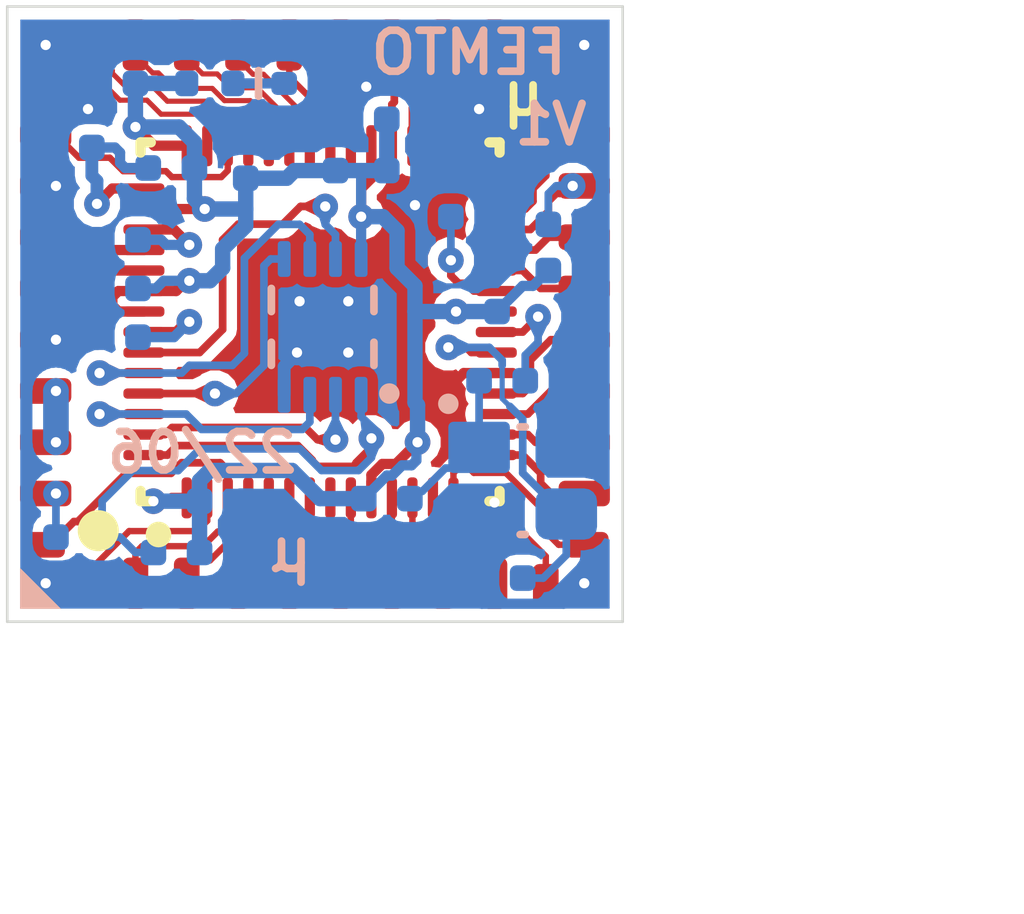
<source format=kicad_pcb>
(kicad_pcb (version 20211014) (generator pcbnew)
  (layers (0 "F.Cu" signal "L1 [TOP]") (1 "In1.Cu" signal "L2") (2 "In2.Cu" signal "L3") (31 "B.Cu" signal "L4 [BOT]") (34 "B.Paste" user "Bottom Paste") (35 "F.Paste" user "Top Paste") (36 "B.SilkS" user "Silkscreen [BOT]") (37 "F.SilkS" user "Silkscreen [TOP]") (38 "B.Mask" user "Soldermask [BOT]") (39 "F.Mask" user "Soldermask [TOP]") (44 "Edge.Cuts" user))
  (net 0 "")
  (net 1 "Net-(C5-Pad2)")
  (net 2 "/MCU_XIN")
  (net 3 "Net-(LED26-Pad1)")
  (net 4 "/GPIO1")
  (net 5 "/BOOTSEL")
  (net 6 "/USB_P")
  (net 7 "/USB_N")
  (net 8 "/GPIO28_ADC2")
  (net 9 "/GPIO29_ADC3")
  (net 10 "PP3300")
  (net 11 "PP3300_AVDD")
  (net 12 "PP1100")
  (net 13 "/GPIO27_ADC1")
  (net 14 "/GPIO26_ADC0")
  (net 15 "/GPIO25")
  (net 16 "/GPIO24")
  (net 17 "/GPIO23")
  (net 18 "/GPIO22")
  (net 19 "/GPIO21")
  (net 20 "/GPIO20")
  (net 21 "/GPIO19")
  (net 22 "/GPIO18")
  (net 23 "/GPIO17")
  (net 24 "/GPIO16")
  (net 25 "/MCU_RUN")
  (net 26 "/MCU_SWDIO")
  (net 27 "/MCU_SWCLK")
  (net 28 "/GPIO15")
  (net 29 "/GPIO14")
  (net 30 "/GPIO13")
  (net 31 "/GPIO12")
  (net 32 "/GPIO11")
  (net 33 "/GPIO10")
  (net 34 "/GPIO9")
  (net 35 "/GPIO8")
  (net 36 "/GPIO7")
  (net 37 "/GPIO6")
  (net 38 "/GPIO5")
  (net 39 "/GPIO4")
  (net 40 "/GPIO3")
  (net 41 "/GPIO2")
  (net 42 "/GPIO0")
  (net 43 "/QSPI_SS")
  (net 44 "/MCU_XOUT")
  (net 45 "/QSPI_SD3")
  (net 46 "/QSPI_SCLK")
  (net 47 "/QSPI_SD0")
  (net 48 "/QSPI_SD2")
  (net 49 "GND")
  (net 50 "/QSPI_SD1")
  (footprint "Pineberry_Lib.PcbLib:PCB_LGA40_120X120_P100_REV" (layer "F.Cu") (at 148.4761 105.028598)
    (fp_text reference "MOD1" hide)
    (fp_text value "LGA40 Module (Reversed!)" hide)
  )
  (footprint "MirFol_db_local.DbLib:ICC_QFN56_700X700X90_P40_EP_RP2040" (layer "F.Cu") (at 148.601098 105.153599)
    (fp_text reference "U1" hide)
    (fp_text value "RP2040" hide)
  )
  (footprint "MirFol_db_local.DbLib:RES_0402_R" (layer "B.Cu") (at 145.8011 109.653601)
    (fp_text reference "R4" hide)
    (fp_text value "10k" hide)
  )
  (footprint "MirFol_db_local.DbLib:CAP_0402_R" (layer "B.Cu") (at 146.7011 108.653601 180)
    (fp_text reference "C11" hide)
    (fp_text value "100nF" hide)
  )
  (footprint "MirFol_db_local.DbLib:CAP_0402_R" (layer "B.Cu") (at 148.9011 101.753598 -90)
    (fp_text reference "C3" hide)
    (fp_text value "100nF" hide)
  )
  (footprint "MirFol_db_local.DbLib:RES_0402_R" (layer "B.Cu") (at 147.9011 100.053599 -90)
    (fp_text reference "R33" hide)
    (fp_text value "2k" hide)
  )
  (footprint "MirFol_db_local.DbLib:CAP_0402_R" (layer "B.Cu") (at 150.3511 101.203599 180)
    (fp_text reference "C4" hide)
    (fp_text value "2.2uF" hide)
  )
  (footprint "MirFol_db_local.DbLib:RES_0402_R" (layer "B.Cu") (at 152.151098 106.303599 180)
    (fp_text reference "R6" hide)
    (fp_text value "1k" hide)
  )
  (footprint "MirFol_db_local.DbLib:CAP_0402_R" (layer "B.Cu") (at 152.0511 104.503601 -90)
    (fp_text reference "C8" hide)
    (fp_text value "100nF" hide)
  )
  (footprint "MirFol_db_local.DbLib:CAP_0402_R" (layer "B.Cu") (at 144.6011 105.453601)
    (fp_text reference "C13" hide)
    (fp_text value "100nF" hide)
  )
  (footprint "MirFol_db_local.DbLib:RES_0402_R" (layer "B.Cu") (at 143.9011 109.353601)
    (fp_text reference "R5" hide)
    (fp_text value "1k" hide)
  )
  (footprint "MirFol_db_local.DbLib:RES_0402_R" (layer "B.Cu") (at 153.0511 103.703599 -90)
    (fp_text reference "R3" hide)
    (fp_text value "10k" hide)
  )
  (footprint "MirFol_db_local.DbLib:CAP_0402_R" (layer "B.Cu") (at 144.6011 103.553601)
    (fp_text reference "C15" hide)
    (fp_text value "2.2uF" hide)
  )
  (footprint "MirFol_db_local.DbLib:CAP_0402_R" (layer "B.Cu") (at 151.6011 103.103601 180)
    (fp_text reference "C14" hide)
    (fp_text value "100nF" hide)
  )
  (footprint "MirFol_db_local.DbLib:CAP_0402_R" (layer "B.Cu") (at 152.101104 110.153599)
    (fp_text reference "C6" hide)
    (fp_text value "15pF" hide)
  )
  (footprint "MirFol_db_local.DbLib:CAP_0402_R" (layer "B.Cu") (at 150.3511 109.053601 90)
    (fp_text reference "C5" hide)
    (fp_text value "15pF" hide)
  )
  (footprint "MirFol_db_local.DbLib:CAP_0402_R" (layer "B.Cu") (at 149.4511 109.053601 90)
    (fp_text reference "C10" hide)
    (fp_text value "100nF" hide)
  )
  (footprint "MirFol_db_local.DbLib:CAP_0402_R" (layer "B.Cu") (at 145.0011 100.053601 -90)
    (fp_text reference "C9" hide)
    (fp_text value "100nF" hide)
  )
  (footprint "Pineberry_Lib.PcbLib:LED_0402_R" (layer "B.Cu") (at 146.4511 100.503601 180)
    (fp_text reference "LED26" hide)
    (fp_text value "Red" hide)
  )
  (footprint "MirFol_db_local.DbLib:CAP_0402_R" (layer "B.Cu") (at 147.1511 101.903598 -90)
    (fp_text reference "C16" hide)
    (fp_text value "2.2uF" hide)
  )
  (footprint "Pineberry_Lib.PcbLib:OSC_2520_4P_250X200H50_R" (layer "B.Cu") (at 152.5511 108.253601)
    (fp_text reference "X1" hide)
    (fp_text value "12.000MHz" hide)
  )
  (footprint "MirFol_db_local.DbLib:CAP_0402_R" (layer "B.Cu") (at 150.3511 102.203601 180)
    (fp_text reference "C7" hide)
    (fp_text value "100nF" hide)
  )
  (footprint "MirFol_db_local.DbLib:CAP_0402_R" (layer "B.Cu") (at 143.7011 101.753601)
    (fp_text reference "C17" hide)
    (fp_text value "2.2uF" hide)
  )
  (footprint "MirFol_db_local.DbLib:CAP_0402_R" (layer "B.Cu") (at 144.6011 104.503601)
    (fp_text reference "C12" hide)
    (fp_text value "100nF" hide)
  )
  (footprint "USON8_footprint.PcbLib:ICC_USON8_200X300X55P50_EP" (layer "B.Cu") (at 148.6511 105.253599 180)
    (fp_text reference "U2" hide)
    (fp_text value "W25Q16JV" hide)
  )
  (footprint "MirFol_db_local.DbLib:RES_0402_R" (layer "B.Cu") (at 145.7011 102.153601)
    (fp_text reference "R7" hide)
    (fp_text value "100R" hide)
  )
  (gr_poly (pts (xy 148.312617 102.828601) (xy 148.522564 102.728601) (xy 148.522564 103.078601) (xy 148.312617 102.978601)) (layer "F.Cu") (width 0) (fill solid))
  (gr_poly (pts (xy 151.4511 105.728599) (xy 151.322208 105.770268) (xy 151.322208 105.536933) (xy 151.4511 105.578601)) (layer "F.Cu") (width 0) (fill solid))
  (gr_poly (pts (xy 146.162617 106.478601) (xy 146.372563 106.378601) (xy 146.372563 106.728597) (xy 146.162617 106.628597)) (layer "F.Cu") (width 0) (fill solid))
  (gr_poly (pts (xy 148.5511 107.378598) (xy 148.679993 107.336932) (xy 148.679993 107.570267) (xy 148.5511 107.528601)) (layer "F.Cu") (width 0) (fill solid))
  (gr_poly (pts (xy 153.206969 102.57273) (xy 153.276397 102.515784) (xy 153.430913 102.73477) (xy 153.255762 102.722733)) (layer "F.Cu") (width 0) (fill solid))
  (gr_poly (pts (xy 144.689582 106.228598) (xy 144.479636 106.328598) (xy 144.479636 105.978601) (xy 144.689582 106.078601)) (layer "F.Cu") (width 0) (fill solid))
  (gr_poly (pts (xy 144.689584 107.028597) (xy 144.479636 107.128599) (xy 144.479633 106.778601) (xy 144.689582 106.878599)) (layer "F.Cu") (width 0) (fill solid))
  (gr_poly (pts (xy 151.489583 105.728599) (xy 151.279637 105.828599) (xy 151.279637 105.478601) (xy 151.489583 105.578601)) (layer "B.Cu") (width 0) (fill solid))
  (gr_poly (pts (xy 144.689584 107.028597) (xy 144.479636 107.128599) (xy 144.479633 106.778601) (xy 144.689582 106.878599)) (layer "B.Cu") (width 0) (fill solid))
  (gr_poly (pts (xy 149.522793 107.019229) (xy 149.735851 107.216468) (xy 149.408947 107.267118) (xy 149.386974 107.095541)) (layer "B.Cu") (width 0) (fill solid))
  (gr_poly (pts (xy 152.7761 105.442082) (xy 152.6761 105.232136) (xy 153.026098 105.232136) (xy 152.926098 105.442082)) (layer "B.Cu") (width 0) (fill solid))
  (gr_poly (pts (xy 146.939582 106.628597) (xy 146.729636 106.728597) (xy 146.729636 106.378601) (xy 146.939582 106.478601)) (layer "B.Cu") (width 0) (fill solid))
  (gr_poly (pts (xy 149.5261 107.803599) (xy 149.453456 107.628791) (xy 149.748746 107.628791) (xy 149.676102 107.803599)) (layer "B.Cu") (width 0) (fill solid))
  (gr_poly (pts (xy 144.689582 106.228598) (xy 144.479636 106.328598) (xy 144.479636 105.978601) (xy 144.689582 106.078601)) (layer "B.Cu") (width 0) (fill solid))
  (gr_poly (pts (xy 153.2011 102.428601) (xy 153.291914 102.416099) (xy 153.291914 102.5911) (xy 153.2011 102.578598)) (layer "B.Cu") (width 0) (fill solid))
  (gr_poly (pts (xy 148.626102 103.253601) (xy 148.584433 103.124708) (xy 148.817768 103.124708) (xy 148.7761 103.253601)) (layer "B.Cu") (width 0) (fill solid))
  (gr_poly (pts (xy 148.976098 107.065117) (xy 149.076098 107.275063) (xy 148.7261 107.275063) (xy 148.8261 107.065117)) (layer "B.Cu") (width 0) (fill solid))
  (gr_poly (pts (xy 142.7511 110.753601) (xy 143.5511 110.753601) (xy 142.7511 109.953601)) (layer "B.SilkS") (width 0) (fill solid))
  (gr_line (start 142.5011 99.003599) (end 142.5011 111.003601) (layer "Edge.Cuts") (width 0.05))
  (gr_line (start 142.5011 111.003601) (end 154.5011 111.003601) (layer "Edge.Cuts") (width 0.05))
  (gr_line (start 154.5011 111.003601) (end 154.5011 99.003599) (layer "Edge.Cuts") (width 0.05))
  (gr_line (start 154.5011 99.003599) (end 142.5011 99.003599) (layer "Edge.Cuts") (width 0.05))
  (gr_text "V1" (at 153.1011 101.303601) (layer "B.SilkS") (effects (font (size 0.75 0.75) (thickness 0.15) bold) (justify mirror)))
  (gr_text "22/06" (at 146.3011 107.703601) (layer "B.SilkS") (effects (font (size 0.75 0.75) (thickness 0.15) bold) (justify mirror)))
  (gr_text "FEMTO" (at 151.5011 99.903601) (layer "B.SilkS") (effects (font (size 0.8 0.8) (thickness 0.15) bold) (justify mirror)))
  (gr_text "μ" (at 148.0011 109.603601) (layer "B.SilkS") (effects (font (size 0.8 0.8) (thickness 0.15) bold) (justify mirror)))
  (gr_text "μ" (at 152.6011 100.703601) (layer "F.SilkS") (effects (font (size 0.8 0.8) (thickness 0.15) bold)))
  (segment (start 151.7011 107.603601) (end 151.701102 107.603599) (width 0.15) (layer "B.Cu") (net 1))
  (segment (start 150.495232 108.459467) (end 150.595234 108.459467) (width 0.15) (layer "B.Cu") (net 1))
  (segment (start 150.3511 108.603601) (end 150.495232 108.459467) (width 0.15) (layer "B.Cu") (net 1))
  (segment (start 151.701102 107.603599) (end 151.701102 106.303599) (width 0.15) (layer "B.Cu") (net 1))
  (segment (start 151.296289 108.008412) (end 151.7011 107.603601) (width 0.15) (layer "B.Cu") (net 1))
  (segment (start 150.595234 108.459467) (end 151.04629 108.008412) (width 0.15) (layer "B.Cu") (net 1))
  (segment (start 151.04629 108.008412) (end 151.296289 108.008412) (width 0.15) (layer "B.Cu") (net 1))
  (segment (start 151.4511 105.653601) (end 151.551097 105.753598) (width 0.15) (layer "F.Cu") (net 2))
  (segment (start 151.551097 105.753598) (end 152.036097 105.753598) (width 0.15) (layer "F.Cu") (net 2))
  (segment (start 151.1011 105.653601) (end 151.4511 105.653601) (width 0.15) (layer "F.Cu") (net 2))
  (via (at 151.1011 105.653601) (size 0.5) (drill 0.2) (layers "F.Cu" "B.Cu") (net 2))
  (segment (start 151.9011 105.653601) (end 152.1511 105.903601) (width 0.15) (layer "B.Cu") (net 2))
  (segment (start 152.551105 110.153599) (end 152.9511 110.153599) (width 0.15) (layer "B.Cu") (net 2))
  (segment (start 153.3511 108.903599) (end 153.4011 108.903599) (width 0.15) (layer "B.Cu") (net 2))
  (segment (start 152.5511 108.103601) (end 152.5511 107.053601) (width 0.15) (layer "B.Cu") (net 2))
  (segment (start 152.1511 106.653601) (end 152.1511 106.003601) (width 0.1) (layer "B.Cu") (net 2))
  (segment (start 153.4011 109.703598) (end 153.4011 108.903599) (width 0.15) (layer "B.Cu") (net 2))
  (segment (start 152.1511 106.653601) (end 152.3011 106.803601) (width 0.1) (layer "B.Cu") (net 2))
  (segment (start 152.5511 108.103601) (end 153.3511 108.903599) (width 0.15) (layer "B.Cu") (net 2))
  (segment (start 152.9511 110.153599) (end 153.4011 109.703598) (width 0.15) (layer "B.Cu") (net 2))
  (segment (start 152.3011 106.803601) (end 152.5511 107.053601) (width 0.15) (layer "B.Cu") (net 2))
  (segment (start 152.1511 106.003601) (end 152.1511 105.903601) (width 0.15) (layer "B.Cu") (net 2))
  (segment (start 151.1011 105.653601) (end 151.9011 105.653601) (width 0.15) (layer "B.Cu") (net 2))
  (segment (start 146.9011 100.503601) (end 147.9011 100.503601) (width 0.2) (layer "B.Cu") (net 3))
  (segment (start 143.879014 109.049969) (end 144.819109 108.109875) (width 0.15) (layer "F.Cu") (net 4))
  (segment (start 143.349043 109.503601) (end 143.802675 109.049969) (width 0.15) (layer "F.Cu") (net 4))
  (segment (start 143.802675 109.049969) (end 143.879014 109.049969) (width 0.15) (layer "F.Cu") (net 4))
  (segment (start 146.8011 108.588599) (end 146.8011 108.053601) (width 0.15) (layer "F.Cu") (net 4))
  (segment (start 145.694302 108.109875) (end 145.900575 107.903601) (width 0.15) (layer "F.Cu") (net 4))
  (segment (start 144.819109 108.109875) (end 145.694302 108.109875) (width 0.15) (layer "F.Cu") (net 4))
  (segment (start 145.900575 107.903601) (end 146.6511 107.903601) (width 0.15) (layer "F.Cu") (net 4))
  (segment (start 146.6511 107.903601) (end 146.8011 108.053601) (width 0.15) (layer "F.Cu") (net 4))
  (segment (start 143.2011 109.503601) (end 143.349043 109.503601) (width 0.15) (layer "F.Cu") (net 4))
  (via (at 143.4511 108.503601) (size 0.5) (drill 0.2) (layers "F.Cu" "B.Cu") (net 5))
  (segment (start 143.4511 109.353596) (end 143.4511 108.503601) (width 0.15) (layer "B.Cu") (net 5))
  (segment (start 143.451096 109.353601) (end 143.4511 109.353596) (width 0.15) (layer "B.Cu") (net 5))
  (segment (start 143.9511 104.503601) (end 144.3011 104.153599) (width 0.2) (layer "F.Cu") (net 6))
  (segment (start 144.3011 104.153599) (end 145.166098 104.153599) (width 0.2) (layer "F.Cu") (net 6))
  (segment (start 143.2511 104.503601) (end 143.9511 104.503601) (width 0.2) (layer "F.Cu") (net 6))
  (segment (start 143.2511 103.503597) (end 144.051097 103.503597) (width 0.2) (layer "F.Cu") (net 7))
  (segment (start 144.051097 103.503597) (end 144.3011 103.753599) (width 0.2) (layer "F.Cu") (net 7))
  (segment (start 144.3011 103.753599) (end 145.166098 103.753599) (width 0.2) (layer "F.Cu") (net 7))
  (segment (start 144.5011 101.953601) (end 144.763597 102.216099) (width 0.125) (layer "F.Cu") (net 8))
  (segment (start 146.673596 102.331103) (end 146.8011 102.203601) (width 0.125) (layer "F.Cu") (net 8))
  (segment (start 143.451098 101.503599) (end 143.9011 101.953601) (width 0.125) (layer "F.Cu") (net 8))
  (segment (start 145.711891 102.331103) (end 146.673596 102.331103) (width 0.125) (layer "F.Cu") (net 8))
  (segment (start 146.8011 102.203601) (end 146.8011 101.718601) (width 0.125) (layer "F.Cu") (net 8))
  (segment (start 145.596888 102.216099) (end 145.711891 102.331103) (width 0.125) (layer "F.Cu") (net 8))
  (segment (start 143.9011 101.953601) (end 144.5011 101.953601) (width 0.125) (layer "F.Cu") (net 8))
  (segment (start 143.2511 101.503599) (end 143.451098 101.503599) (width 0.125) (layer "F.Cu") (net 8))
  (segment (start 144.763597 102.216099) (end 145.596888 102.216099) (width 0.125) (layer "F.Cu") (net 8))
  (segment (start 144.307424 100.440192) (end 144.698289 100.831058) (width 0.1) (layer "F.Cu") (net 9))
  (segment (start 145.500093 101.104524) (end 146.291364 101.104524) (width 0.1) (layer "F.Cu") (net 9))
  (segment (start 144.698289 100.831058) (end 145.226627 100.831058) (width 0.1) (layer "F.Cu") (net 9))
  (segment (start 146.401097 101.718601) (end 146.401097 101.214257) (width 0.1) (layer "F.Cu") (net 9))
  (segment (start 146.291364 101.104524) (end 146.401097 101.214257) (width 0.1) (layer "F.Cu") (net 9))
  (segment (start 145.226627 100.831058) (end 145.500093 101.104524) (width 0.1) (layer "F.Cu") (net 9))
  (segment (start 143.814041 100.503601) (end 143.87745 100.440192) (width 0.1) (layer "F.Cu") (net 9))
  (segment (start 143.2011 100.503601) (end 143.814041 100.503601) (width 0.1) (layer "F.Cu") (net 9))
  (segment (start 143.87745 100.440192) (end 144.307424 100.440192) (width 0.1) (layer "F.Cu") (net 9))
  (segment (start 143.2511 107.503599) (end 143.4511 107.503599) (width 0.2) (layer "F.Cu") (net 10))
  (segment (start 150.077656 107.927045) (end 150.5011 107.503601) (width 0.2) (layer "F.Cu") (net 10))
  (segment (start 145.995363 104.353601) (end 146.0511 104.353601) (width 0.2) (layer "F.Cu") (net 10))
  (segment (start 144.668258 104.953599) (end 145.166098 104.953599) (width 0.2) (layer "F.Cu") (net 10))
  (segment (start 149.601098 108.588599) (end 149.601098 108.140586) (width 0.2) (layer "F.Cu") (net 10))
  (segment (start 144.5511 104.836442) (end 144.668258 104.953599) (width 0.2) (layer "F.Cu") (net 10))
  (segment (start 149.4011 102.553599) (end 149.601098 102.353601) (width 0.2) (layer "F.Cu") (net 10))
  (segment (start 145.7161 108.588599) (end 146.001098 108.588599) (width 0.2) (layer "F.Cu") (net 10))
  (segment (start 145.166098 102.953598) (end 146.3511 102.953598) (width 0.2) (layer "F.Cu") (net 10))
  (segment (start 145.0011 101.353599) (end 145.3661 101.718601) (width 0.2) (layer "F.Cu") (net 10))
  (segment (start 144.668258 104.553601) (end 145.166098 104.553601) (width 0.2) (layer "F.Cu") (net 10))
  (segment (start 144.5511 104.836442) (end 144.5511 104.670758) (width 0.2) (layer "F.Cu") (net 10))
  (segment (start 149.4011 103.103601) (end 149.4011 102.553599) (width 0.2) (layer "F.Cu") (net 10))
  (segment (start 149.601098 108.140586) (end 149.814639 107.927045) (width 0.2) (layer "F.Cu") (net 10))
  (segment (start 145.6511 108.653601) (end 145.7161 108.588599) (width 0.2) (layer "F.Cu") (net 10))
  (segment (start 145.795363 104.553601) (end 145.995363 104.353601) (width 0.2) (layer "F.Cu") (net 10))
  (segment (start 145.3511 108.653601) (end 145.6511 108.653601) (width 0.2) (layer "F.Cu") (net 10))
  (segment (start 151.2511 104.953599) (end 152.036097 104.953599) (width 0.2) (layer "F.Cu") (net 10))
  (segment (start 145.166098 104.553601) (end 145.795363 104.553601) (width 0.2) (layer "F.Cu") (net 10))
  (segment (start 149.601098 102.353601) (end 149.601098 101.718601) (width 0.2) (layer "F.Cu") (net 10))
  (segment (start 145.3661 101.718601) (end 146.001098 101.718601) (width 0.2) (layer "F.Cu") (net 10))
  (segment (start 144.5511 104.670758) (end 144.668258 104.553601) (width 0.2) (layer "F.Cu") (net 10))
  (segment (start 149.814639 107.927045) (end 150.077656 107.927045) (width 0.2) (layer "F.Cu") (net 10))
  (via (at 150.5011 107.503601) (size 0.5) (drill 0.2) (layers "F.Cu" "B.Cu") (net 10))
  (via (at 143.4511 107.503599) (size 0.5) (drill 0.2) (layers "F.Cu" "B.Cu") (net 10))
  (via (at 151.2511 104.953599) (size 0.5) (drill 0.2) (layers "F.Cu" "B.Cu") (net 10))
  (via (at 149.4011 103.103601) (size 0.5) (drill 0.2) (layers "F.Cu" "B.Cu") (net 10))
  (via locked (at 146.3511 102.953601) (size 0.5) (drill 0.2) (layers "F.Cu" "B.Cu") (net 10))
  (via (at 143.4511 106.503599) (size 0.5) (drill 0.2) (layers "F.Cu" "B.Cu") (net 10))
  (via (at 145.3511 108.653601) (size 0.5) (drill 0.2) (layers "F.Cu" "B.Cu") (net 10))
  (via locked (at 146.0511 104.353601) (size 0.5) (drill 0.2) (layers "F.Cu" "B.Cu") (net 10))
  (via locked (at 145.0011 101.353599) (size 0.5) (drill 0.2) (layers "F.Cu" "B.Cu") (net 10))
  (segment (start 150.2011 107.953601) (end 150.383942 107.953601) (width 0.2) (layer "B.Cu") (net 10))
  (segment (start 146.3511 102.953601) (end 147.1511 102.953601) (width 0.3) (layer "B.Cu") (net 10))
  (segment (start 145.0011 100.503598) (end 145.001103 100.503601) (width 0.2) (layer "B.Cu") (net 10))
  (segment (start 147.1511 102.353601) (end 147.9511 102.353601) (width 0.3) (layer "B.Cu") (net 10))
  (segment (start 152.7511 104.453601) (end 153.0511 104.153601) (width 0.2) (layer "B.Cu") (net 10))
  (segment (start 145.3511 108.653601) (end 146.251098 108.653601) (width 0.3) (layer "B.Cu") (net 10))
  (segment (start 148.601103 108.603601) (end 149.4511 108.603601) (width 0.3) (layer "B.Cu") (net 10))
  (segment (start 150.1011 104.103601) (end 150.4511 104.453601) (width 0.3) (layer "B.Cu") (net 10))
  (segment (start 149.901098 102.203601) (end 149.9011 102.203601) (width 0.3) (layer "B.Cu") (net 10))
  (segment (start 152.551103 104.453601) (end 152.7511 104.453601) (width 0.2) (layer "B.Cu") (net 10))
  (segment (start 146.4511 104.353601) (end 146.7011 104.103601) (width 0.3) (layer "B.Cu") (net 10))
  (segment (start 150.4511 104.953599) (end 150.4511 104.453601) (width 0.3) (layer "B.Cu") (net 10))
  (segment (start 150.4511 106.728601) (end 150.5011 106.778601) (width 0.3) (layer "B.Cu") (net 10))
  (segment (start 149.4011 103.928598) (end 149.4011 103.103603) (width 0.2) (layer "B.Cu") (net 10))
  (segment (start 146.7011 104.103601) (end 146.7011 103.732253) (width 0.3) (layer "B.Cu") (net 10))
  (segment (start 146.251098 108.653601) (end 146.251098 108.253603) (width 0.3) (layer "B.Cu") (net 10))
  (segment (start 150.383942 107.953601) (end 150.478613 107.85893) (width 0.2) (layer "B.Cu") (net 10))
  (segment (start 146.151098 102.153601) (end 146.151098 101.653596) (width 0.3) (layer "B.Cu") (net 10))
  (segment (start 148.9011 102.203601) (end 149.4011 102.203601) (width 0.3) (layer "B.Cu") (net 10))
  (segment (start 146.251105 109.653601) (end 146.251105 108.653607) (width 0.3) (layer "B.Cu") (net 10))
  (segment (start 145.001103 100.503601) (end 146.001096 100.503601) (width 0.3) (layer "B.Cu") (net 10))
  (segment (start 148.1011 102.203601) (end 148.9011 102.203601) (width 0.3) (layer "B.Cu") (net 10))
  (segment (start 147.1511 103.282252) (end 147.1511 102.953601) (width 0.3) (layer "B.Cu") (net 10))
  (segment (start 150.478613 107.85893) (end 150.478613 107.526089) (width 0.2) (layer "B.Cu") (net 10))
  (segment (start 146.7011 103.732253) (end 147.1511 103.282252) (width 0.3) (layer "B.Cu") (net 10))
  (segment (start 145.0011 101.353599) (end 145.8511 101.353599) (width 0.3) (layer "B.Cu") (net 10))
  (segment (start 147.9511 102.353601) (end 148.1011 102.203601) (width 0.3) (layer "B.Cu") (net 10))
  (segment (start 149.4011 103.103601) (end 149.4011 103.103603) (width 0.2) (layer "B.Cu") (net 10))
  (segment (start 145.8511 101.353599) (end 146.151098 101.653596) (width 0.3) (layer "B.Cu") (net 10))
  (segment (start 149.824471 103.103601) (end 150.1011 103.380229) (width 0.3) (layer "B.Cu") (net 10))
  (segment (start 145.0011 101.353599) (end 145.0011 100.503598) (width 0.3) (layer "B.Cu") (net 10))
  (segment (start 151.2511 104.953601) (end 152.0511 104.953601) (width 0.3) (layer "B.Cu") (net 10))
  (segment (start 149.9011 102.203601) (end 149.9011 101.203599) (width 0.3) (layer "B.Cu") (net 10))
  (segment (start 150.4511 106.728601) (end 150.4511 104.953599) (width 0.3) (layer "B.Cu") (net 10))
  (segment (start 146.251098 108.653601) (end 146.251105 108.653607) (width 0.2) (layer "B.Cu") (net 10))
  (segment (start 145.401102 104.503598) (end 145.5511 104.353601) (width 0.2) (layer "B.Cu") (net 10))
  (segment (start 150.0011 108.153601) (end 150.2011 107.953601) (width 0.2) (layer "B.Cu") (net 10))
  (segment (start 146.151098 102.753599) (end 146.151098 102.153601) (width 0.3) (layer "B.Cu") (net 10))
  (segment (start 146.4511 108.053601) (end 148.051102 108.053601) (width 0.3) (layer "B.Cu") (net 10))
  (segment (start 150.478613 107.526089) (end 150.5011 107.503601) (width 0.2) (layer "B.Cu") (net 10))
  (segment (start 146.0511 104.353601) (end 146.4511 104.353601) (width 0.3) (layer "B.Cu") (net 10))
  (segment (start 150.4511 104.953599) (end 151.2511 104.953599) (width 0.3) (layer "B.Cu") (net 10))
  (segment (start 146.151098 102.753599) (end 146.3511 102.953601) (width 0.3) (layer "B.Cu") (net 10))
  (segment (start 149.4011 103.103601) (end 149.824471 103.103601) (width 0.3) (layer "B.Cu") (net 10))
  (segment (start 149.4011 103.103601) (end 149.4011 102.203601) (width 0.2) (layer "B.Cu") (net 10))
  (segment (start 149.9011 108.153601) (end 150.0011 108.153601) (width 0.2) (layer "B.Cu") (net 10))
  (segment (start 145.5511 104.353601) (end 146.0511 104.353601) (width 0.2) (layer "B.Cu") (net 10))
  (segment (start 152.0511 104.953601) (end 152.551103 104.453601) (width 0.2) (layer "B.Cu") (net 10))
  (segment (start 146.251098 108.253603) (end 146.4511 108.053601) (width 0.3) (layer "B.Cu") (net 10))
  (segment (start 149.4011 102.203601) (end 149.901098 102.203601) (width 0.3) (layer "B.Cu") (net 10))
  (segment (start 147.1511 102.953601) (end 147.1511 102.353601) (width 0.3) (layer "B.Cu") (net 10))
  (segment (start 145.0511 104.503598) (end 145.401102 104.503598) (width 0.2) (layer "B.Cu") (net 10))
  (segment (start 149.4511 108.603601) (end 149.9011 108.153601) (width 0.2) (layer "B.Cu") (net 10))
  (segment (start 148.051102 108.053601) (end 148.601103 108.603601) (width 0.3) (layer "B.Cu") (net 10))
  (segment (start 150.5011 107.503601) (end 150.5011 106.778601) (width 0.3) (layer "B.Cu") (net 10))
  (segment (start 143.4511 107.503599) (end 143.4511 106.503599) (width 0.5) (layer "B.Cu") (net 10))
  (segment (start 150.1011 104.103601) (end 150.1011 103.380229) (width 0.3) (layer "B.Cu") (net 10))
  (segment (start 144.2511 102.853601) (end 144.5511 102.553599) (width 0.2) (layer "F.Cu") (net 11))
  (segment (start 144.5511 102.553599) (end 145.166098 102.553599) (width 0.2) (layer "F.Cu") (net 11))
  (via locked (at 144.2511 102.853601) (size 0.5) (drill 0.2) (layers "F.Cu" "B.Cu") (net 11))
  (segment (start 144.8011 102.153601) (end 145.2511 102.153601) (width 0.2) (layer "B.Cu") (net 11))
  (segment (start 144.151102 102.303601) (end 144.151102 101.753601) (width 0.25) (layer "B.Cu") (net 11))
  (segment (start 144.7011 102.053601) (end 144.7011 101.853601) (width 0.2) (layer "B.Cu") (net 11))
  (segment (start 144.151102 101.753601) (end 144.6011 101.753601) (width 0.2) (layer "B.Cu") (net 11))
  (segment (start 144.2511 102.853601) (end 144.2511 102.403599) (width 0.25) (layer "B.Cu") (net 11))
  (segment (start 144.151102 102.303601) (end 144.2511 102.403599) (width 0.25) (layer "B.Cu") (net 11))
  (segment (start 144.7011 102.053601) (end 144.8011 102.153601) (width 0.2) (layer "B.Cu") (net 11))
  (segment (start 144.6011 101.753601) (end 144.7011 101.853601) (width 0.2) (layer "B.Cu") (net 11))
  (segment (start 151.4511 104.403601) (end 151.6011 104.553601) (width 0.15) (layer "F.Cu") (net 12))
  (segment (start 151.1511 104.253601) (end 151.1511 103.953599) (width 0.15) (layer "F.Cu") (net 12))
  (segment (start 151.6011 104.553601) (end 152.036097 104.553601) (width 0.15) (layer "F.Cu") (net 12))
  (segment (start 151.1511 104.253601) (end 151.3011 104.403601) (width 0.15) (layer "F.Cu") (net 12))
  (segment (start 145.995363 105.153599) (end 146.0511 105.153599) (width 0.2) (layer "F.Cu") (net 12))
  (segment (start 145.166098 105.353599) (end 145.795363 105.353599) (width 0.2) (layer "F.Cu") (net 12))
  (segment (start 145.795363 105.353599) (end 145.995363 105.153599) (width 0.2) (layer "F.Cu") (net 12))
  (segment (start 145.7511 103.353601) (end 146.0511 103.653601) (width 0.2) (layer "F.Cu") (net 12))
  (segment (start 145.166098 103.353601) (end 145.7511 103.353601) (width 0.2) (layer "F.Cu") (net 12))
  (segment (start 151.3011 104.403601) (end 151.4511 104.403601) (width 0.15) (layer "F.Cu") (net 12))
  (via locked (at 146.0511 105.153599) (size 0.5) (drill 0.2) (layers "F.Cu" "B.Cu") (net 12))
  (via (at 151.1511 103.953599) (size 0.5) (drill 0.2) (layers "F.Cu" "B.Cu") (net 12))
  (via locked (at 146.0511 103.653601) (size 0.5) (drill 0.2) (layers "F.Cu" "B.Cu") (net 12))
  (segment (start 145.051102 103.553601) (end 145.5011 103.553601) (width 0.2) (layer "B.Cu") (net 12))
  (segment (start 151.1511 103.953599) (end 151.1511 103.103603) (width 0.15) (layer "B.Cu") (net 12))
  (segment (start 151.151098 103.103601) (end 151.1511 103.103603) (width 0.15) (layer "B.Cu") (net 12))
  (segment (start 145.5011 103.553601) (end 145.6011 103.653601) (width 0.2) (layer "B.Cu") (net 12))
  (segment (start 145.051102 105.453601) (end 145.7511 105.453601) (width 0.2) (layer "B.Cu") (net 12))
  (segment (start 145.6011 103.653601) (end 146.0511 103.653601) (width 0.2) (layer "B.Cu") (net 12))
  (segment (start 145.7511 105.453601) (end 146.0511 105.153599) (width 0.2) (layer "B.Cu") (net 12))
  (segment (start 144.153339 100.053599) (end 144.3511 100.053599) (width 0.1) (layer "F.Cu") (net 13))
  (segment (start 147.201098 101.718601) (end 147.201098 101.236101) (width 0.1) (layer "F.Cu") (net 13))
  (segment (start 146.395286 100.851146) (end 146.635181 101.091042) (width 0.1) (layer "F.Cu") (net 13))
  (segment (start 144.0011 99.901359) (end 144.153339 100.053599) (width 0.1) (layer "F.Cu") (net 13))
  (segment (start 144.3511 100.053599) (end 144.5511 100.253601) (width 0.1) (layer "F.Cu") (net 13))
  (segment (start 144.5511 100.306426) (end 144.81204 100.567365) (width 0.1) (layer "F.Cu") (net 13))
  (segment (start 145.339667 100.567365) (end 145.623448 100.851146) (width 0.1) (layer "F.Cu") (net 13))
  (segment (start 147.056039 101.091042) (end 147.201098 101.236101) (width 0.1) (layer "F.Cu") (net 13))
  (segment (start 145.623448 100.851146) (end 146.395286 100.851146) (width 0.1) (layer "F.Cu") (net 13))
  (segment (start 144.0011 99.901359) (end 144.0011 99.703601) (width 0.1) (layer "F.Cu") (net 13))
  (segment (start 144.5511 100.306426) (end 144.5511 100.253601) (width 0.1) (layer "F.Cu") (net 13))
  (segment (start 144.81204 100.567365) (end 145.339667 100.567365) (width 0.1) (layer "F.Cu") (net 13))
  (segment (start 146.635181 101.091042) (end 147.056039 101.091042) (width 0.1) (layer "F.Cu") (net 13))
  (segment (start 145.748645 100.601147) (end 146.498836 100.601147) (width 0.1) (layer "F.Cu") (net 14))
  (segment (start 146.498836 100.601147) (end 146.736878 100.839188) (width 0.1) (layer "F.Cu") (net 14))
  (segment (start 145.336812 100.298724) (end 145.446222 100.298724) (width 0.1) (layer "F.Cu") (net 14))
  (segment (start 145.0011 99.963013) (end 145.336812 100.298724) (width 0.1) (layer "F.Cu") (net 14))
  (segment (start 146.736878 100.839188) (end 147.239409 100.839188) (width 0.1) (layer "F.Cu") (net 14))
  (segment (start 147.239409 100.839188) (end 147.601097 101.200876) (width 0.1) (layer "F.Cu") (net 14))
  (segment (start 147.601097 101.718601) (end 147.601097 101.200876) (width 0.1) (layer "F.Cu") (net 14))
  (segment (start 145.0011 99.963013) (end 145.0011 99.753601) (width 0.1) (layer "F.Cu") (net 14))
  (segment (start 145.446222 100.298724) (end 145.748645 100.601147) (width 0.1) (layer "F.Cu") (net 14))
  (segment (start 146.594145 100.318709) (end 146.864624 100.589189) (width 0.1) (layer "F.Cu") (net 15))
  (segment (start 147.37438 100.589189) (end 148.0011 101.215908) (width 0.1) (layer "F.Cu") (net 15))
  (segment (start 146.0011 100.009332) (end 146.310478 100.318709) (width 0.1) (layer "F.Cu") (net 15))
  (segment (start 148.0011 101.718601) (end 148.0011 101.215908) (width 0.1) (layer "F.Cu") (net 15))
  (segment (start 146.864624 100.589189) (end 147.37438 100.589189) (width 0.1) (layer "F.Cu") (net 15))
  (segment (start 146.310478 100.318709) (end 146.594145 100.318709) (width 0.1) (layer "F.Cu") (net 15))
  (segment (start 146.0011 100.009332) (end 146.0011 99.753601) (width 0.1) (layer "F.Cu") (net 15))
  (segment (start 147.499421 100.325648) (end 148.401098 101.227325) (width 0.1) (layer "F.Cu") (net 16))
  (segment (start 148.401098 101.718601) (end 148.401098 101.227325) (width 0.1) (layer "F.Cu") (net 16))
  (segment (start 147.0011 100.033678) (end 147.293069 100.325648) (width 0.1) (layer "F.Cu") (net 16))
  (segment (start 147.293069 100.325648) (end 147.499421 100.325648) (width 0.1) (layer "F.Cu") (net 16))
  (segment (start 147.0011 100.033678) (end 147.0011 99.753601) (width 0.1) (layer "F.Cu") (net 16))
  (segment (start 148.801098 101.718601) (end 148.801098 101.179779) (width 0.125) (layer "F.Cu") (net 17))
  (segment (start 148.0011 100.379781) (end 148.0011 99.753601) (width 0.125) (layer "F.Cu") (net 17))
  (segment (start 148.0011 100.379781) (end 148.801098 101.179779) (width 0.125) (layer "F.Cu") (net 17))
  (segment (start 148.934935 99.819764) (end 149.0011 99.753601) (width 0.15) (layer "F.Cu") (net 18))
  (segment (start 149.201097 101.718601) (end 149.201097 101.130176) (width 0.15) (layer "F.Cu") (net 18))
  (segment (start 148.934935 100.864014) (end 149.201097 101.130176) (width 0.15) (layer "F.Cu") (net 18))
  (segment (start 148.934935 100.864014) (end 148.934935 99.819764) (width 0.15) (layer "F.Cu") (net 18))
  (segment (start 150.001098 100.912203) (end 150.047841 100.865459) (width 0.15) (layer "F.Cu") (net 19))
  (segment (start 150.047841 100.865459) (end 150.047841 99.800338) (width 0.15) (layer "F.Cu") (net 19))
  (segment (start 150.001098 101.718601) (end 150.001098 100.912203) (width 0.15) (layer "F.Cu") (net 19))
  (segment (start 150.001103 99.753601) (end 150.047841 99.800338) (width 0.15) (layer "F.Cu") (net 19))
  (segment (start 150.401097 100.983902) (end 150.994268 100.390731) (width 0.15) (layer "F.Cu") (net 20))
  (segment (start 150.994268 99.760432) (end 151.0011 99.753601) (width 0.15) (layer "F.Cu") (net 20))
  (segment (start 150.994268 100.390731) (end 150.994268 99.760432) (width 0.15) (layer "F.Cu") (net 20))
  (segment (start 150.401097 101.718601) (end 150.401097 100.983902) (width 0.15) (layer "F.Cu") (net 20))
  (segment (start 151.856969 100.197731) (end 151.856969 99.897732) (width 0.15) (layer "F.Cu") (net 21))
  (segment (start 151.562756 100.341945) (end 151.712755 100.341945) (width 0.15) (layer "F.Cu") (net 21))
  (segment (start 151.712755 100.341945) (end 151.856969 100.197731) (width 0.15) (layer "F.Cu") (net 21))
  (segment (start 150.8011 101.718601) (end 150.8011 101.103601) (width 0.15) (layer "F.Cu") (net 21))
  (segment (start 150.8011 101.103601) (end 151.562756 100.341945) (width 0.15) (layer "F.Cu") (net 21))
  (segment (start 151.856969 99.897732) (end 152.0011 99.753601) (width 0.15) (layer "F.Cu") (net 21))
  (segment (start 151.201098 101.718601) (end 151.7361 101.718601) (width 0.15) (layer "F.Cu") (net 22))
  (segment (start 152.9011 99.803601) (end 153.0011 99.703601) (width 0.15) (layer "F.Cu") (net 22))
  (segment (start 152.6511 100.803601) (end 152.6511 100.503601) (width 0.15) (layer "F.Cu") (net 22))
  (segment (start 152.9011 100.253601) (end 152.9011 99.803601) (width 0.15) (layer "F.Cu") (net 22))
  (segment (start 152.6511 100.503601) (end 152.9011 100.253601) (width 0.15) (layer "F.Cu") (net 22))
  (segment (start 151.7361 101.718601) (end 152.6511 100.803601) (width 0.15) (layer "F.Cu") (net 22))
  (segment (start 152.6011 101.753601) (end 152.6011 101.403599) (width 0.15) (layer "F.Cu") (net 23))
  (segment (start 152.038231 102.31647) (end 152.6011 101.753601) (width 0.15) (layer "F.Cu") (net 23))
  (segment (start 153.1011 100.903601) (end 153.1011 100.653601) (width 0.15) (layer "F.Cu") (net 23))
  (segment (start 153.788972 100.515729) (end 153.8011 100.503601) (width 0.15) (layer "F.Cu") (net 23))
  (segment (start 152.6011 101.403599) (end 153.1011 100.903601) (width 0.15) (layer "F.Cu") (net 23))
  (segment (start 153.23897 100.515729) (end 153.788972 100.515729) (width 0.15) (layer "F.Cu") (net 23))
  (segment (start 153.1011 100.653601) (end 153.23897 100.515729) (width 0.15) (layer "F.Cu") (net 23))
  (segment (start 152.036097 102.553599) (end 152.038231 102.551466) (width 0.15) (layer "F.Cu") (net 23))
  (segment (start 152.038231 102.551466) (end 152.038231 102.31647) (width 0.15) (layer "F.Cu") (net 23))
  (segment (start 152.7511 102.553599) (end 153.0011 102.303601) (width 0.15) (layer "F.Cu") (net 24))
  (segment (start 152.601103 102.953598) (end 152.7511 102.803601) (width 0.15) (layer "F.Cu") (net 24))
  (segment (start 153.101102 101.503599) (end 153.7511 101.503599) (width 0.15) (layer "F.Cu") (net 24))
  (segment (start 153.0011 101.603601) (end 153.101102 101.503599) (width 0.15) (layer "F.Cu") (net 24))
  (segment (start 153.0011 102.303601) (end 153.0011 101.603601) (width 0.15) (layer "F.Cu") (net 24))
  (segment (start 152.7511 102.803601) (end 152.7511 102.553599) (width 0.15) (layer "F.Cu") (net 24))
  (segment (start 152.036097 102.953598) (end 152.601103 102.953598) (width 0.15) (layer "F.Cu") (net 24))
  (segment (start 152.7011 103.353601) (end 153.0511 103.003601) (width 0.15) (layer "F.Cu") (net 25))
  (segment (start 153.606968 102.647732) (end 153.7511 102.503599) (width 0.15) (layer "F.Cu") (net 25))
  (segment (start 153.0511 102.803601) (end 153.206969 102.647732) (width 0.15) (layer "F.Cu") (net 25))
  (segment (start 152.036097 103.353601) (end 152.7011 103.353601) (width 0.15) (layer "F.Cu") (net 25))
  (segment (start 153.206969 102.647732) (end 153.606968 102.647732) (width 0.15) (layer "F.Cu") (net 25))
  (segment (start 153.0511 103.003601) (end 153.0511 102.803601) (width 0.15) (layer "F.Cu") (net 25))
  (via (at 153.5261 102.503599) (size 0.5) (drill 0.2) (layers "F.Cu" "B.Cu") (net 25))
  (segment (start 153.0511 103.253598) (end 153.0511 102.653599) (width 0.15) (layer "B.Cu") (net 25))
  (segment (start 153.2011 102.503599) (end 153.5261 102.503599) (width 0.15) (layer "B.Cu") (net 25))
  (segment (start 153.0511 102.653599) (end 153.2011 102.503599) (width 0.15) (layer "B.Cu") (net 25))
  (segment (start 152.8011 103.753599) (end 153.051102 103.503597) (width 0.15) (layer "F.Cu") (net 26))
  (segment (start 153.051102 103.503597) (end 153.7511 103.503597) (width 0.15) (layer "F.Cu") (net 26))
  (segment (start 152.036097 103.753599) (end 152.8011 103.753599) (width 0.15) (layer "F.Cu") (net 26))
  (segment (start 152.036097 104.153599) (end 152.551098 104.153599) (width 0.15) (layer "F.Cu") (net 27))
  (segment (start 152.901097 104.503598) (end 153.7511 104.503598) (width 0.15) (layer "F.Cu") (net 27))
  (segment (start 152.551098 104.153599) (end 152.901097 104.503598) (width 0.15) (layer "F.Cu") (net 27))
  (segment (start 152.5511 106.553599) (end 152.7011 106.403599) (width 0.15) (layer "F.Cu") (net 28))
  (segment (start 152.7011 105.903601) (end 153.101102 105.503598) (width 0.15) (layer "F.Cu") (net 28))
  (segment (start 152.7011 106.403599) (end 152.7011 105.903601) (width 0.15) (layer "F.Cu") (net 28))
  (segment (start 153.101102 105.503598) (end 153.7511 105.503598) (width 0.15) (layer "F.Cu") (net 28))
  (segment (start 152.036097 106.553599) (end 152.5511 106.553599) (width 0.15) (layer "F.Cu") (net 28))
  (segment (start 153.1011 106.503601) (end 153.7511 106.503601) (width 0.15) (layer "F.Cu") (net 29))
  (segment (start 152.651103 106.953598) (end 153.1011 106.503601) (width 0.15) (layer "F.Cu") (net 29))
  (segment (start 152.036097 106.953598) (end 152.651103 106.953598) (width 0.15) (layer "F.Cu") (net 29))
  (segment (start 152.8011 107.503599) (end 153.7511 107.503599) (width 0.15) (layer "F.Cu") (net 30))
  (segment (start 152.6511 107.353601) (end 152.8011 107.503599) (width 0.15) (layer "F.Cu") (net 30))
  (segment (start 152.036097 107.353601) (end 152.6511 107.353601) (width 0.15) (layer "F.Cu") (net 30))
  (segment (start 152.551098 107.753599) (end 152.9011 108.103601) (width 0.15) (layer "F.Cu") (net 31))
  (segment (start 152.9011 108.303601) (end 153.1011 108.503601) (width 0.15) (layer "F.Cu") (net 31))
  (segment (start 153.1011 108.503601) (end 153.7511 108.503601) (width 0.15) (layer "F.Cu") (net 31))
  (segment (start 152.036097 107.753599) (end 152.551098 107.753599) (width 0.15) (layer "F.Cu") (net 31))
  (segment (start 152.9011 108.303601) (end 152.9011 108.103601) (width 0.15) (layer "F.Cu") (net 31))
  (segment (start 151.201098 108.588599) (end 151.201098 108.103603) (width 0.125) (layer "F.Cu") (net 32))
  (segment (start 151.598524 108.101025) (end 152.223293 108.101025) (width 0.125) (layer "F.Cu") (net 32))
  (segment (start 153.0511 109.302435) (end 153.252265 109.503601) (width 0.125) (layer "F.Cu") (net 32))
  (segment (start 151.201098 108.103603) (end 151.3011 108.003601) (width 0.125) (layer "F.Cu") (net 32))
  (segment (start 152.223293 108.101025) (end 153.0511 108.928832) (width 0.125) (layer "F.Cu") (net 32))
  (segment (start 151.5011 108.003601) (end 151.598524 108.101025) (width 0.125) (layer "F.Cu") (net 32))
  (segment (start 153.0511 109.302435) (end 153.0511 108.928832) (width 0.125) (layer "F.Cu") (net 32))
  (segment (start 153.252265 109.503601) (end 153.8011 109.503601) (width 0.125) (layer "F.Cu") (net 32))
  (segment (start 151.3011 108.003601) (end 151.5011 108.003601) (width 0.125) (layer "F.Cu") (net 32))
  (segment (start 153.0011 110.303599) (end 153.0011 109.728502) (width 0.125) (layer "F.Cu") (net 33))
  (segment (start 150.967817 109.213601) (end 152.486198 109.213601) (width 0.125) (layer "F.Cu") (net 33))
  (segment (start 150.8011 109.046883) (end 150.967817 109.213601) (width 0.125) (layer "F.Cu") (net 33))
  (segment (start 150.8011 109.046883) (end 150.8011 108.588599) (width 0.125) (layer "F.Cu") (net 33))
  (segment (start 152.486198 109.213601) (end 153.0011 109.728502) (width 0.125) (layer "F.Cu") (net 33))
  (segment (start 150.401097 109.080208) (end 150.821424 109.500535) (width 0.125) (layer "F.Cu") (net 34))
  (segment (start 151.857523 109.500535) (end 152.0011 109.644113) (width 0.125) (layer "F.Cu") (net 34))
  (segment (start 150.821424 109.500535) (end 151.857523 109.500535) (width 0.125) (layer "F.Cu") (net 34))
  (segment (start 152.0011 110.253601) (end 152.0011 109.644113) (width 0.125) (layer "F.Cu") (net 34))
  (segment (start 150.401097 109.080208) (end 150.401097 108.588599) (width 0.125) (layer "F.Cu") (net 34))
  (segment (start 151.0011 110.253601) (end 151.0011 110.097432) (width 0.125) (layer "F.Cu") (net 35))
  (segment (start 150.001098 109.097429) (end 150.001098 108.588599) (width 0.125) (layer "F.Cu") (net 35))
  (segment (start 150.001098 109.097429) (end 151.0011 110.097432) (width 0.125) (layer "F.Cu") (net 35))
  (segment (start 149.201097 109.170789) (end 150.0011 109.970793) (width 0.125) (layer "F.Cu") (net 36))
  (segment (start 149.201097 109.170789) (end 149.201097 108.588599) (width 0.125) (layer "F.Cu") (net 36))
  (segment (start 150.0011 110.253601) (end 150.0011 109.970793) (width 0.125) (layer "F.Cu") (net 36))
  (segment (start 148.801098 109.399809) (end 149.001102 109.599813) (width 0.15) (layer "F.Cu") (net 37))
  (segment (start 149.001102 110.253601) (end 149.001102 109.599813) (width 0.15) (layer "F.Cu") (net 37))
  (segment (start 148.801098 109.399809) (end 148.801098 108.588599) (width 0.15) (layer "F.Cu") (net 37))
  (segment (start 148.401098 109.27719) (end 148.401098 108.588599) (width 0.15) (layer "F.Cu") (net 38))
  (segment (start 148.001102 110.253601) (end 148.001102 109.677187) (width 0.15) (layer "F.Cu") (net 38))
  (segment (start 148.001102 109.677187) (end 148.401098 109.27719) (width 0.15) (layer "F.Cu") (net 38))
  (segment (start 148.0011 109.18021) (end 148.0011 108.588599) (width 0.15) (layer "F.Cu") (net 39))
  (segment (start 147.172292 109.859467) (end 147.321842 109.859467) (width 0.15) (layer "F.Cu") (net 39))
  (segment (start 147.0011 110.030658) (end 147.172292 109.859467) (width 0.15) (layer "F.Cu") (net 39))
  (segment (start 147.321842 109.859467) (end 148.0011 109.18021) (width 0.15) (layer "F.Cu") (net 39))
  (segment (start 147.0011 110.253601) (end 147.0011 110.030658) (width 0.15) (layer "F.Cu") (net 39))
  (segment (start 146.736982 109.526168) (end 147.178533 109.526168) (width 0.125) (layer "F.Cu") (net 40))
  (segment (start 146.0011 110.253601) (end 146.0011 110.053599) (width 0.125) (layer "F.Cu") (net 40))
  (segment (start 146.247161 109.807539) (end 146.455611 109.807539) (width 0.125) (layer "F.Cu") (net 40))
  (segment (start 146.455611 109.807539) (end 146.736982 109.526168) (width 0.125) (layer "F.Cu") (net 40))
  (segment (start 147.178533 109.526168) (end 147.601097 109.103604) (width 0.125) (layer "F.Cu") (net 40))
  (segment (start 147.601097 109.103604) (end 147.601097 108.588599) (width 0.125) (layer "F.Cu") (net 40))
  (segment (start 146.0011 110.053599) (end 146.247161 109.807539) (width 0.125) (layer "F.Cu") (net 40))
  (segment (start 145.129822 109.531269) (end 146.320219 109.531269) (width 0.125) (layer "F.Cu") (net 41))
  (segment (start 147.201098 109.098852) (end 147.201098 108.588599) (width 0.125) (layer "F.Cu") (net 41))
  (segment (start 146.320219 109.531269) (end 146.604973 109.246514) (width 0.125) (layer "F.Cu") (net 41))
  (segment (start 147.053435 109.246514) (end 147.201098 109.098852) (width 0.125) (layer "F.Cu") (net 41))
  (segment (start 145.0011 110.253601) (end 145.0011 109.659991) (width 0.125) (layer "F.Cu") (net 41))
  (segment (start 145.0011 109.659991) (end 145.129822 109.531269) (width 0.125) (layer "F.Cu") (net 41))
  (segment (start 146.604973 109.246514) (end 147.053435 109.246514) (width 0.125) (layer "F.Cu") (net 41))
  (segment (start 144.877062 109.237035) (end 146.19904 109.237035) (width 0.125) (layer "F.Cu") (net 42))
  (segment (start 146.19904 109.237035) (end 146.401097 109.034978) (width 0.125) (layer "F.Cu") (net 42))
  (segment (start 144.0011 110.303599) (end 144.0011 110.112997) (width 0.125) (layer "F.Cu") (net 42))
  (segment (start 144.0011 110.112997) (end 144.877062 109.237035) (width 0.125) (layer "F.Cu") (net 42))
  (segment (start 146.401097 109.034978) (end 146.401097 108.588599) (width 0.125) (layer "F.Cu") (net 42))
  (segment (start 145.811436 107.568479) (end 148.165978 107.568479) (width 0.15) (layer "F.Cu") (net 43))
  (segment (start 149.534134 107.670566) (end 149.534134 107.494013) (width 0.15) (layer "F.Cu") (net 43))
  (segment (start 145.166098 107.753599) (end 145.626316 107.753599) (width 0.15) (layer "F.Cu") (net 43))
  (segment (start 145.626316 107.753599) (end 145.811436 107.568479) (width 0.15) (layer "F.Cu") (net 43))
  (segment (start 148.560054 107.962555) (end 149.242146 107.962555) (width 0.125) (layer "F.Cu") (net 43))
  (segment (start 149.242146 107.962555) (end 149.3011 107.903601) (width 0.125) (layer "F.Cu") (net 43))
  (segment (start 149.534134 107.494013) (end 149.6011 107.427046) (width 0.15) (layer "F.Cu") (net 43))
  (segment (start 149.3011 107.903601) (end 149.534134 107.670566) (width 0.15) (layer "F.Cu") (net 43))
  (segment (start 148.165978 107.568479) (end 148.4511 107.853601) (width 0.15) (layer "F.Cu") (net 43))
  (segment (start 148.4511 107.853601) (end 148.560054 107.962555) (width 0.125) (layer "F.Cu") (net 43))
  (via (at 149.6011 107.427046) (size 0.5) (drill 0.2) (layers "F.Cu" "B.Cu") (net 43))
  (segment (start 145.835322 108.055874) (end 146.259015 107.632182) (width 0.15) (layer "B.Cu") (net 43))
  (segment (start 144.7011 109.353601) (end 145.0011 109.653601) (width 0.15) (layer "B.Cu") (net 43))
  (segment (start 149.349771 108.054929) (end 149.6011 107.803599) (width 0.15) (layer "B.Cu") (net 43))
  (segment (start 148.630585 108.054929) (end 149.349771 108.054929) (width 0.15) (layer "B.Cu") (net 43))
  (segment (start 149.4011 107.003603) (end 149.4011 106.578597) (width 0.15) (layer "B.Cu") (net 43))
  (segment (start 149.4011 107.003603) (end 149.6011 107.203603) (width 0.15) (layer "B.Cu") (net 43))
  (segment (start 144.3511 108.653601) (end 144.948827 108.055874) (width 0.15) (layer "B.Cu") (net 43))
  (segment (start 148.207837 107.632182) (end 148.630585 108.054929) (width 0.15) (layer "B.Cu") (net 43))
  (segment (start 145.0011 109.653601) (end 145.3511 109.653601) (width 0.15) (layer "B.Cu") (net 43))
  (segment (start 144.3511 109.353601) (end 144.3511 108.653601) (width 0.15) (layer "B.Cu") (net 43))
  (segment (start 144.3511 109.353601) (end 144.7011 109.353601) (width 0.15) (layer "B.Cu") (net 43))
  (segment (start 146.259015 107.632182) (end 148.207837 107.632182) (width 0.15) (layer "B.Cu") (net 43))
  (segment (start 144.948827 108.055874) (end 145.835322 108.055874) (width 0.15) (layer "B.Cu") (net 43))
  (segment (start 149.6011 107.803599) (end 149.6011 107.203603) (width 0.15) (layer "B.Cu") (net 43))
  (segment (start 152.036097 105.353599) (end 152.5511 105.353599) (width 0.15) (layer "F.Cu") (net 44))
  (segment (start 152.5511 105.353599) (end 152.8511 105.053599) (width 0.15) (layer "F.Cu") (net 44))
  (via (at 152.8511 105.053599) (size 0.5) (drill 0.2) (layers "F.Cu" "B.Cu") (net 44))
  (segment (start 152.6011 106.303599) (end 152.6011 105.803601) (width 0.15) (layer "B.Cu") (net 44))
  (segment (start 152.6011 105.803601) (end 152.8511 105.553601) (width 0.15) (layer "B.Cu") (net 44))
  (segment (start 152.8511 105.553601) (end 152.8511 105.053599) (width 0.15) (layer "B.Cu") (net 44))
  (segment (start 146.7011 103.553601) (end 147.005686 103.249016) (width 0.15) (layer "F.Cu") (net 45))
  (segment (start 148.219697 102.903601) (end 148.7011 102.903601) (width 0.15) (layer "F.Cu") (net 45))
  (segment (start 147.005686 103.249016) (end 147.874282 103.249016) (width 0.15) (layer "F.Cu") (net 45))
  (segment (start 146.7011 105.303601) (end 146.7011 103.553601) (width 0.15) (layer "F.Cu") (net 45))
  (segment (start 145.166098 105.753598) (end 146.251103 105.753598) (width 0.15) (layer "F.Cu") (net 45))
  (segment (start 147.874282 103.249016) (end 148.219697 102.903601) (width 0.15) (layer "F.Cu") (net 45))
  (segment (start 146.251103 105.753598) (end 146.7011 105.303601) (width 0.15) (layer "F.Cu") (net 45))
  (via (at 148.7011 102.903601) (size 0.5) (drill 0.2) (layers "F.Cu" "B.Cu") (net 45))
  (segment (start 148.7011 103.253601) (end 148.9011 103.453601) (width 0.15) (layer "B.Cu") (net 45))
  (segment (start 148.7011 103.253601) (end 148.7011 102.903601) (width 0.15) (layer "B.Cu") (net 45))
  (segment (start 148.9011 103.928598) (end 148.9011 103.453601) (width 0.15) (layer "B.Cu") (net 45))
  (segment (start 144.3011 106.153601) (end 145.166098 106.153601) (width 0.15) (layer "F.Cu") (net 46))
  (via (at 144.3011 106.153601) (size 0.5) (drill 0.2) (layers "F.Cu" "B.Cu") (net 46))
  (segment (start 145.9011 106.153601) (end 146.0511 106.003601) (width 0.15) (layer "B.Cu") (net 46))
  (segment (start 148.2011 103.253601) (end 148.4011 103.453601) (width 0.15) (layer "B.Cu") (net 46))
  (segment (start 148.4011 103.928598) (end 148.4011 103.453601) (width 0.15) (layer "B.Cu") (net 46))
  (segment (start 144.3011 106.153601) (end 145.9011 106.153601) (width 0.15) (layer "B.Cu") (net 46))
  (segment (start 147.125094 105.768706) (end 147.125094 103.915065) (width 0.15) (layer "B.Cu") (net 46))
  (segment (start 147.786558 103.253601) (end 148.2011 103.253601) (width 0.15) (layer "B.Cu") (net 46))
  (segment (start 146.0511 106.003601) (end 146.8902 106.003601) (width 0.15) (layer "B.Cu") (net 46))
  (segment (start 147.125094 103.915065) (end 147.786558 103.253601) (width 0.15) (layer "B.Cu") (net 46))
  (segment (start 146.8902 106.003601) (end 147.125094 105.768706) (width 0.15) (layer "B.Cu") (net 46))
  (segment (start 145.166098 106.553599) (end 146.5511 106.553599) (width 0.15) (layer "F.Cu") (net 47))
  (via (at 146.5511 106.553599) (size 0.5) (drill 0.2) (layers "F.Cu" "B.Cu") (net 47))
  (segment (start 146.958823 106.553599) (end 147.506216 106.006206) (width 0.15) (layer "B.Cu") (net 47))
  (segment (start 147.506216 106.006206) (end 147.506216 104.061064) (width 0.15) (layer "B.Cu") (net 47))
  (segment (start 147.506216 104.061064) (end 147.638682 103.928598) (width 0.15) (layer "B.Cu") (net 47))
  (segment (start 146.5511 106.553599) (end 146.958823 106.553599) (width 0.15) (layer "B.Cu") (net 47))
  (segment (start 147.638682 103.928598) (end 147.9011 103.928598) (width 0.15) (layer "B.Cu") (net 47))
  (segment (start 144.3011 106.953598) (end 145.166098 106.953598) (width 0.15) (layer "F.Cu") (net 48))
  (via (at 144.3011 106.953601) (size 0.5) (drill 0.2) (layers "F.Cu" "B.Cu") (net 48))
  (segment (start 144.3011 106.953598) (end 145.98981 106.953598) (width 0.15) (layer "B.Cu") (net 48))
  (segment (start 145.98981 106.953598) (end 146.290249 107.254037) (width 0.15) (layer "B.Cu") (net 48))
  (segment (start 146.290249 107.254037) (end 148.253413 107.254037) (width 0.15) (layer "B.Cu") (net 48))
  (segment (start 148.253413 107.254037) (end 148.401103 107.106346) (width 0.15) (layer "B.Cu") (net 48))
  (segment (start 148.401103 107.106346) (end 148.401103 106.578597) (width 0.15) (layer "B.Cu") (net 48))
  (segment (start 150.696649 106.353599) (end 151.2011 106.353599) (width 0.2) (layer "F.Cu") (net 49))
  (segment (start 149.5511 106.153601) (end 150.496649 106.153601) (width 0.2) (layer "F.Cu") (net 49))
  (segment (start 150.496649 106.153601) (end 150.696649 106.353599) (width 0.2) (layer "F.Cu") (net 49))
  (segment (start 151.4011 106.153601) (end 152.036097 106.153601) (width 0.2) (layer "F.Cu") (net 49))
  (segment (start 149.1511 105.753601) (end 149.5511 106.153601) (width 0.2) (layer "F.Cu") (net 49))
  (segment (start 151.2011 106.353599) (end 151.4011 106.153601) (width 0.2) (layer "F.Cu") (net 49))
  (via locked (at 151.7011 101.003601) (size 0.5) (drill 0.2) (layers "F.Cu" "B.Cu") (net 49))
  (via locked (at 148.2011 104.753601) (size 0.5) (drill 0.2) (layers "F.Cu" "B.Cu") (net 49))
  (via locked (at 153.7511 110.253599) (size 0.5) (drill 0.2) (layers "F.Cu" "B.Cu") (net 49))
  (via locked (at 143.2511 99.753601) (size 0.5) (drill 0.2) (layers "F.Cu" "B.Cu") (net 49))
  (via locked (at 143.4511 105.503601) (size 0.5) (drill 0.2) (layers "F.Cu" "B.Cu") (net 49))
  (via locked (at 153.7511 99.753601) (size 0.5) (drill 0.2) (layers "F.Cu" "B.Cu") (net 49))
  (via locked (at 149.1511 105.753601) (size 0.5) (drill 0.2) (layers "F.Cu" "B.Cu") (net 49))
  (via locked (at 152.0011 108.678598) (size 0.5) (drill 0.2) (layers "F.Cu" "B.Cu") (net 49))
  (via locked (at 144.0761 101.003601) (size 0.5) (drill 0.2) (layers "F.Cu" "B.Cu") (net 49))
  (via locked (at 150.4511 102.878601) (size 0.5) (drill 0.2) (layers "F.Cu" "B.Cu") (net 49))
  (via locked (at 143.251096 110.253594) (size 0.5) (drill 0.2) (layers "F.Cu" "B.Cu") (net 49))
  (via locked (at 149.1511 104.753601) (size 0.5) (drill 0.2) (layers "F.Cu" "B.Cu") (net 49))
  (via locked (at 149.5011 100.568601) (size 0.5) (drill 0.2) (layers "F.Cu" "B.Cu") (net 49))
  (via locked (at 143.4511 102.503599) (size 0.5) (drill 0.2) (layers "F.Cu" "B.Cu") (net 49))
  (via locked (at 148.1511 105.753601) (size 0.5) (drill 0.2) (layers "F.Cu" "B.Cu") (net 49))
  (segment (start 148.101104 101.303594) (end 148.9011 101.303594) (width 0.25) (layer "B.Cu") (net 49))
  (segment (start 143.2511 101.753603) (end 143.251104 101.753601) (width 0.2) (layer "B.Cu") (net 49))
  (segment (start 148.9011 101.303594) (end 148.9011 100.753601) (width 0.25) (layer "B.Cu") (net 49))
  (segment (start 152.9511 99.753601) (end 153.7511 99.753601) (width 0.25) (layer "B.Cu") (net 49))
  (segment (start 151.7011 101.003601) (end 152.051096 101.353597) (width 0.25) (layer "B.Cu") (net 49))
  (segment (start 151.293696 109.292181) (end 151.682278 108.903599) (width 0.2) (layer "B.Cu") (net 49))
  (segment (start 143.4511 105.503601) (end 144.101104 105.503601) (width 0.25) (layer "B.Cu") (net 49))
  (segment (start 148.9011 100.753601) (end 149.086098 100.568601) (width 0.25) (layer "B.Cu") (net 49))
  (segment (start 149.366103 99.603597) (end 149.916104 100.153599) (width 0.25) (layer "B.Cu") (net 49))
  (segment (start 150.8011 102.203601) (end 150.8011 101.203599) (width 0.25) (layer "B.Cu") (net 49))
  (segment (start 144.451094 110.253594) (end 144.6011 110.403601) (width 0.2) (layer "B.Cu") (net 49))
  (segment (start 149.916104 100.153599) (end 150.8511 100.153599) (width 0.25) (layer "B.Cu") (net 49))
  (segment (start 147.151103 99.603597) (end 147.9011 99.603597) (width 0.25) (layer "B.Cu") (net 49))
  (segment (start 149.4511 110.153599) (end 149.4511 109.503601) (width 0.2) (layer "B.Cu") (net 49))
  (segment (start 144.2011 99.753601) (end 144.351096 99.603603) (width 0.25) (layer "B.Cu") (net 49))
  (segment (start 151.293696 109.298879) (end 151.293696 109.292181) (width 0.2) (layer "B.Cu") (net 49))
  (segment (start 145.75757 99.753601) (end 147.0011 99.753601) (width 0.25) (layer "B.Cu") (net 49))
  (segment (start 151.633452 101.003601) (end 151.7011 101.003601) (width 0.25) (layer "B.Cu") (net 49))
  (segment (start 153.7511 101.703601) (end 153.7511 99.753601) (width 0.25) (layer "B.Cu") (net 49))
  (segment (start 144.151104 105.453601) (end 144.151104 103.553601) (width 0.25) (layer "B.Cu") (net 49))
  (segment (start 147.9011 106.025048) (end 148.1511 105.775046) (width 0.25) (layer "B.Cu") (net 49))
  (segment (start 153.7511 101.703601) (end 154.1011 102.053601) (width 0.25) (layer "B.Cu") (net 49))
  (segment (start 147.951097 101.453601) (end 148.101104 101.303594) (width 0.25) (layer "B.Cu") (net 49))
  (segment (start 151.6511 108.953599) (end 151.7011 108.903599) (width 0.2) (layer "B.Cu") (net 49))
  (segment (start 154.1011 106.153601) (end 154.1011 102.053601) (width 0.25) (layer "B.Cu") (net 49))
  (segment (start 153.4011 107.603601) (end 153.4011 106.853601) (width 0.25) (layer "B.Cu") (net 49))
  (segment (start 148.622645 109.503601) (end 149.4511 109.503601) (width 0.2) (layer "B.Cu") (net 49))
  (segment (start 143.2511 102.303601) (end 143.2511 101.753603) (width 0.2) (layer "B.Cu") (net 49))
  (segment (start 147.1511 101.453601) (end 147.951097 101.453601) (width 0.25) (layer "B.Cu") (net 49))
  (segment (start 143.251096 110.253594) (end 144.451094 110.253594) (width 0.2) (layer "B.Cu") (net 49))
  (segment (start 147.9011 106.578597) (end 147.9011 106.025048) (width 0.25) (layer "B.Cu") (net 49))
  (segment (start 149.201097 110.403601) (end 149.4511 110.153599) (width 0.2) (layer "B.Cu") (net 49))
  (segment (start 143.2511 101.753601) (end 143.2511 99.753601) (width 0.25) (layer "B.Cu") (net 49))
  (segment (start 152.051096 103.103601) (end 152.0511 103.103606) (width 0.25) (layer "B.Cu") (net 49))
  (segment (start 147.0011 99.753601) (end 147.151103 99.603597) (width 0.25) (layer "B.Cu") (net 49))
  (segment (start 150.8011 101.203599) (end 151.433452 101.203599) (width 0.25) (layer "B.Cu") (net 49))
  (segment (start 151.7011 101.003601) (end 152.9511 99.753601) (width 0.25) (layer "B.Cu") (net 49))
  (segment (start 151.6511 110.553601) (end 151.7511 110.653601) (width 0.2) (layer "B.Cu") (net 49))
  (segment (start 151.682278 108.903599) (end 151.7011 108.903599) (width 0.2) (layer "B.Cu") (net 49))
  (segment (start 153.4011 106.853601) (end 154.1011 106.153601) (width 0.25) (layer "B.Cu") (net 49))
  (segment (start 147.772644 108.653601) (end 148.622645 109.503601) (width 0.2) (layer "B.Cu") (net 49))
  (segment (start 144.101104 105.503601) (end 144.151104 105.453601) (width 0.25) (layer "B.Cu") (net 49))
  (segment (start 152.051096 103.103601) (end 152.051096 101.353597) (width 0.25) (layer "B.Cu") (net 49))
  (segment (start 150.8511 100.153599) (end 151.7011 101.003601) (width 0.25) (layer "B.Cu") (net 49))
  (segment (start 151.6511 110.553601) (end 151.6511 110.153599) (width 0.2) (layer "B.Cu") (net 49))
  (segment (start 147.9011 99.603597) (end 149.366103 99.603597) (width 0.25) (layer "B.Cu") (net 49))
  (segment (start 151.7511 110.653601) (end 153.3511 110.653601) (width 0.2) (layer "B.Cu") (net 49))
  (segment (start 151.433452 101.203599) (end 151.633452 101.003601) (width 0.25) (layer "B.Cu") (net 49))
  (segment (start 144.6011 110.403601) (end 149.201097 110.403601) (width 0.2) (layer "B.Cu") (net 49))
  (segment (start 148.1511 105.775046) (end 148.1511 105.753601) (width 0.25) (layer "B.Cu") (net 49))
  (segment (start 149.4511 109.503601) (end 150.351097 109.503601) (width 0.2) (layer "B.Cu") (net 49))
  (segment (start 147.151096 108.653601) (end 147.772644 108.653601) (width 0.2) (layer "B.Cu") (net 49))
  (segment (start 153.3511 110.653601) (end 153.7511 110.253599) (width 0.2) (layer "B.Cu") (net 49))
  (segment (start 151.088972 109.503603) (end 151.293696 109.298879) (width 0.2) (layer "B.Cu") (net 49))
  (segment (start 145.607573 99.603603) (end 145.75757 99.753601) (width 0.25) (layer "B.Cu") (net 49))
  (segment (start 149.5011 100.568601) (end 149.916104 100.153599) (width 0.25) (layer "B.Cu") (net 49))
  (segment (start 150.351097 109.503601) (end 150.3511 109.503603) (width 0.2) (layer "B.Cu") (net 49))
  (segment (start 150.3511 109.503603) (end 151.088972 109.503603) (width 0.2) (layer "B.Cu") (net 49))
  (segment (start 144.351096 99.603603) (end 145.607573 99.603603) (width 0.25) (layer "B.Cu") (net 49))
  (segment (start 152.0511 104.053604) (end 152.0511 103.103606) (width 0.25) (layer "B.Cu") (net 49))
  (segment (start 143.2511 102.303601) (end 143.4511 102.503599) (width 0.2) (layer "B.Cu") (net 49))
  (segment (start 143.2511 99.753601) (end 144.2011 99.753601) (width 0.25) (layer "B.Cu") (net 49))
  (segment (start 149.086098 100.568601) (end 149.5011 100.568601) (width 0.25) (layer "B.Cu") (net 49))
  (segment (start 151.6511 110.153599) (end 151.6511 108.953599) (width 0.2) (layer "B.Cu") (net 49))
  (segment (start 148.313285 107.215784) (end 148.5511 107.453601) (width 0.15) (layer "F.Cu") (net 50))
  (segment (start 145.166098 107.353601) (end 145.576839 107.353601) (width 0.15) (layer "F.Cu") (net 50))
  (segment (start 145.576839 107.353601) (end 145.714655 107.215784) (width 0.15) (layer "F.Cu") (net 50))
  (segment (start 148.5511 107.453601) (end 148.9011 107.453601) (width 0.15) (layer "F.Cu") (net 50))
  (segment (start 145.714655 107.215784) (end 148.313285 107.215784) (width 0.15) (layer "F.Cu") (net 50))
  (via (at 148.9011 107.453601) (size 0.5) (drill 0.2) (layers "F.Cu" "B.Cu") (net 50))
  (segment (start 148.9011 106.578601) (end 148.901102 106.578597) (width 0.15) (layer "B.Cu") (net 50))
  (segment (start 148.9011 107.453601) (end 148.9011 106.578601) (width 0.15) (layer "B.Cu") (net 50))
  (zone locked (net 49) (net_name "GND") (layer "F.Cu") (priority 3) (connect_pads (clearance 0.5)) (min_thickness 0.25) (fill yes (thermal_gap 0.3) (thermal_bridge_width 0.25))
    (polygon (pts (xy 142.50109 111.00361) (xy 154.501094 111.003613) (xy 154.501106 99.003591) (xy 142.501103 99.003594)))
  )
  (zone locked (net 49) (net_name "GND") (layer "B.Cu") (priority 2) (connect_pads (clearance 0.5)) (min_thickness 0.25) (fill yes (thermal_gap 0.3) (thermal_bridge_width 0.25))
    (polygon (pts (xy 142.50111 111.003601) (xy 154.501094 111.003603) (xy 154.501112 99.003591) (xy 142.501095 99.003606)))
  )
)
</source>
